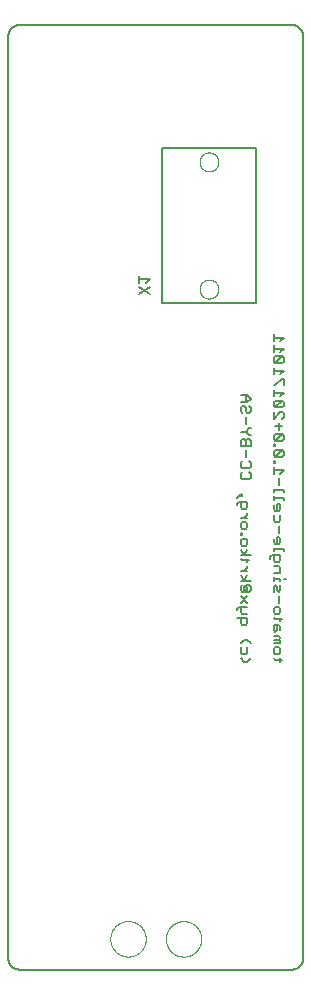
<source format=gbo>
G75*
%MOIN*%
%OFA0B0*%
%FSLAX25Y25*%
%IPPOS*%
%LPD*%
%AMOC8*
5,1,8,0,0,1.08239X$1,22.5*
%
%ADD10C,0.00600*%
%ADD11C,0.00000*%
%ADD12C,0.00787*%
%ADD13C,0.00500*%
D10*
X0060113Y0234635D02*
X0063516Y0236903D01*
X0062382Y0238318D02*
X0063516Y0239452D01*
X0060113Y0239452D01*
X0060113Y0238318D02*
X0060113Y0240586D01*
X0060113Y0236903D02*
X0063516Y0234635D01*
X0093853Y0167804D02*
X0092719Y0166669D01*
X0093853Y0167237D02*
X0093853Y0167804D01*
X0094420Y0167804D01*
X0094420Y0167237D01*
X0093853Y0167237D01*
X0093853Y0165255D02*
X0093853Y0163553D01*
X0094420Y0162986D01*
X0095555Y0162986D01*
X0096122Y0163553D01*
X0096122Y0165255D01*
X0093286Y0165255D01*
X0092719Y0164688D01*
X0092719Y0164121D01*
X0093853Y0159917D02*
X0096122Y0159917D01*
X0096122Y0161051D02*
X0096122Y0161619D01*
X0096122Y0161051D02*
X0094988Y0159917D01*
X0094420Y0158503D02*
X0095555Y0158503D01*
X0096122Y0157935D01*
X0096122Y0156801D01*
X0095555Y0156234D01*
X0094420Y0156234D01*
X0093853Y0156801D01*
X0093853Y0157935D01*
X0094420Y0158503D01*
X0094420Y0154959D02*
X0093853Y0154959D01*
X0093853Y0154392D01*
X0094420Y0154392D01*
X0094420Y0154959D01*
X0094420Y0152978D02*
X0095555Y0152978D01*
X0096122Y0152411D01*
X0096122Y0151276D01*
X0095555Y0150709D01*
X0094420Y0150709D01*
X0093853Y0151276D01*
X0093853Y0152411D01*
X0094420Y0152978D01*
X0093853Y0149341D02*
X0094988Y0147640D01*
X0096122Y0149341D01*
X0097256Y0147640D02*
X0093853Y0147640D01*
X0093853Y0146319D02*
X0094420Y0145752D01*
X0096689Y0145752D01*
X0096122Y0146319D02*
X0096122Y0145184D01*
X0096122Y0143817D02*
X0096122Y0143250D01*
X0094988Y0142115D01*
X0096122Y0142115D02*
X0093853Y0142115D01*
X0093853Y0140747D02*
X0094988Y0139046D01*
X0096122Y0140747D01*
X0097256Y0139046D02*
X0093853Y0139046D01*
X0094420Y0137631D02*
X0093853Y0137064D01*
X0093853Y0135930D01*
X0094420Y0135363D01*
X0096689Y0135363D01*
X0097256Y0135930D01*
X0097256Y0137064D01*
X0096689Y0137631D01*
X0095555Y0137631D01*
X0094988Y0137064D01*
X0096122Y0137064D01*
X0096122Y0135930D01*
X0094988Y0135930D01*
X0094988Y0137064D01*
X0096122Y0133948D02*
X0093853Y0131680D01*
X0093853Y0130265D02*
X0093853Y0128564D01*
X0094420Y0127997D01*
X0096122Y0127997D01*
X0096122Y0126582D02*
X0096122Y0124881D01*
X0095555Y0124313D01*
X0094420Y0124313D01*
X0093853Y0124881D01*
X0093853Y0126582D01*
X0092719Y0126582D02*
X0096122Y0126582D01*
X0096122Y0130265D02*
X0093286Y0130265D01*
X0092719Y0129698D01*
X0092719Y0129131D01*
X0096122Y0131680D02*
X0093853Y0133948D01*
X0094988Y0119309D02*
X0093853Y0118175D01*
X0093853Y0116760D02*
X0093853Y0115059D01*
X0094420Y0114492D01*
X0095555Y0114492D01*
X0096122Y0115059D01*
X0096122Y0116760D01*
X0097256Y0118175D02*
X0096122Y0119309D01*
X0094988Y0119309D01*
X0093853Y0113171D02*
X0094988Y0112036D01*
X0096122Y0112036D01*
X0097256Y0113171D01*
X0104877Y0113171D02*
X0105444Y0112603D01*
X0107713Y0112603D01*
X0107145Y0112036D02*
X0107145Y0113171D01*
X0106578Y0114492D02*
X0107145Y0115059D01*
X0107145Y0116193D01*
X0106578Y0116760D01*
X0105444Y0116760D01*
X0104877Y0116193D01*
X0104877Y0115059D01*
X0105444Y0114492D01*
X0106578Y0114492D01*
X0107145Y0118175D02*
X0104877Y0118175D01*
X0104877Y0119309D02*
X0106578Y0119309D01*
X0107145Y0119876D01*
X0106578Y0120443D01*
X0104877Y0120443D01*
X0105444Y0121858D02*
X0104877Y0122425D01*
X0104877Y0124127D01*
X0106578Y0124127D01*
X0107145Y0123559D01*
X0107145Y0122425D01*
X0106011Y0122425D02*
X0106011Y0124127D01*
X0106011Y0122425D02*
X0105444Y0121858D01*
X0106578Y0119309D02*
X0107145Y0118742D01*
X0107145Y0118175D01*
X0107145Y0125541D02*
X0107145Y0126675D01*
X0107713Y0126108D02*
X0105444Y0126108D01*
X0104877Y0126675D01*
X0105444Y0127997D02*
X0104877Y0128564D01*
X0104877Y0129698D01*
X0105444Y0130265D01*
X0106578Y0130265D01*
X0107145Y0129698D01*
X0107145Y0128564D01*
X0106578Y0127997D01*
X0105444Y0127997D01*
X0106578Y0131680D02*
X0106578Y0133948D01*
X0106578Y0135363D02*
X0107145Y0135930D01*
X0107145Y0137631D01*
X0106011Y0137064D02*
X0106011Y0135930D01*
X0106578Y0135363D01*
X0104877Y0135363D02*
X0104877Y0137064D01*
X0105444Y0137631D01*
X0106011Y0137064D01*
X0104877Y0139046D02*
X0104877Y0140180D01*
X0104877Y0139613D02*
X0107145Y0139613D01*
X0107145Y0139046D01*
X0108280Y0139613D02*
X0108847Y0139613D01*
X0107145Y0141501D02*
X0107145Y0143203D01*
X0106578Y0143770D01*
X0104877Y0143770D01*
X0105444Y0145185D02*
X0104877Y0145752D01*
X0104877Y0147453D01*
X0104310Y0147453D02*
X0107145Y0147453D01*
X0107145Y0145752D01*
X0106578Y0145185D01*
X0105444Y0145185D01*
X0103743Y0146886D02*
X0104310Y0147453D01*
X0103743Y0146886D02*
X0103743Y0146319D01*
X0104877Y0148868D02*
X0104877Y0150002D01*
X0104877Y0149435D02*
X0108280Y0149435D01*
X0108280Y0148868D01*
X0106578Y0151323D02*
X0107145Y0151890D01*
X0107145Y0153025D01*
X0106578Y0153592D01*
X0106011Y0153592D01*
X0106011Y0151323D01*
X0105444Y0151323D02*
X0106578Y0151323D01*
X0105444Y0151323D02*
X0104877Y0151890D01*
X0104877Y0153025D01*
X0106578Y0155006D02*
X0106578Y0157275D01*
X0106578Y0158689D02*
X0105444Y0158689D01*
X0104877Y0159257D01*
X0104877Y0160958D01*
X0105444Y0162373D02*
X0104877Y0162940D01*
X0104877Y0164074D01*
X0106011Y0164641D02*
X0106011Y0162373D01*
X0105444Y0162373D02*
X0106578Y0162373D01*
X0107145Y0162940D01*
X0107145Y0164074D01*
X0106578Y0164641D01*
X0106011Y0164641D01*
X0104877Y0166056D02*
X0104877Y0167190D01*
X0104877Y0166623D02*
X0108280Y0166623D01*
X0108280Y0166056D01*
X0108280Y0168511D02*
X0108280Y0169078D01*
X0104877Y0169078D01*
X0104877Y0168511D02*
X0104877Y0169645D01*
X0106578Y0170967D02*
X0106578Y0173235D01*
X0107145Y0174650D02*
X0108280Y0175784D01*
X0104877Y0175784D01*
X0104877Y0174650D02*
X0104877Y0176918D01*
X0104877Y0178333D02*
X0104877Y0178900D01*
X0105444Y0178900D01*
X0105444Y0178333D01*
X0104877Y0178333D01*
X0105444Y0180174D02*
X0104877Y0180742D01*
X0104877Y0181876D01*
X0105444Y0182443D01*
X0107713Y0182443D01*
X0105444Y0180174D01*
X0107713Y0180174D01*
X0108280Y0180742D01*
X0108280Y0181876D01*
X0107713Y0182443D01*
X0105444Y0183858D02*
X0105444Y0184425D01*
X0104877Y0184425D01*
X0104877Y0183858D01*
X0105444Y0183858D01*
X0105444Y0185699D02*
X0107713Y0187968D01*
X0105444Y0187968D01*
X0104877Y0187401D01*
X0104877Y0186266D01*
X0105444Y0185699D01*
X0107713Y0185699D01*
X0108280Y0186266D01*
X0108280Y0187401D01*
X0107713Y0187968D01*
X0106578Y0189382D02*
X0106578Y0191651D01*
X0105444Y0190517D02*
X0107713Y0190517D01*
X0107713Y0193065D02*
X0108280Y0193633D01*
X0108280Y0194767D01*
X0107713Y0195334D01*
X0107145Y0195334D01*
X0104877Y0193065D01*
X0104877Y0195334D01*
X0105444Y0196749D02*
X0104877Y0197316D01*
X0104877Y0198450D01*
X0105444Y0199017D01*
X0107713Y0199017D01*
X0105444Y0196749D01*
X0107713Y0196749D01*
X0108280Y0197316D01*
X0108280Y0198450D01*
X0107713Y0199017D01*
X0107145Y0200432D02*
X0108280Y0201566D01*
X0104877Y0201566D01*
X0104877Y0200432D02*
X0104877Y0202700D01*
X0104877Y0204115D02*
X0105444Y0204115D01*
X0107713Y0206383D01*
X0108280Y0206383D01*
X0108280Y0204115D01*
X0107145Y0207798D02*
X0108280Y0208932D01*
X0104877Y0208932D01*
X0104877Y0207798D02*
X0104877Y0210067D01*
X0105444Y0211481D02*
X0104877Y0212048D01*
X0104877Y0213183D01*
X0105444Y0213750D01*
X0107713Y0213750D01*
X0105444Y0211481D01*
X0107713Y0211481D01*
X0108280Y0212048D01*
X0108280Y0213183D01*
X0107713Y0213750D01*
X0107145Y0215164D02*
X0108280Y0216299D01*
X0104877Y0216299D01*
X0104877Y0217433D02*
X0104877Y0215164D01*
X0104877Y0218847D02*
X0104877Y0221116D01*
X0104877Y0219982D02*
X0108280Y0219982D01*
X0107145Y0218847D01*
X0096122Y0200859D02*
X0097256Y0199724D01*
X0096122Y0198590D01*
X0093853Y0198590D01*
X0094420Y0197176D02*
X0093853Y0196608D01*
X0093853Y0195474D01*
X0094420Y0194907D01*
X0095555Y0195474D02*
X0095555Y0196608D01*
X0094988Y0197176D01*
X0094420Y0197176D01*
X0095555Y0198590D02*
X0095555Y0200859D01*
X0096122Y0200859D02*
X0093853Y0200859D01*
X0096689Y0197176D02*
X0097256Y0196608D01*
X0097256Y0195474D01*
X0096689Y0194907D01*
X0096122Y0194907D01*
X0095555Y0195474D01*
X0095555Y0193492D02*
X0095555Y0191224D01*
X0096689Y0189809D02*
X0095555Y0188675D01*
X0093853Y0188675D01*
X0095555Y0188675D02*
X0096689Y0187541D01*
X0097256Y0187541D01*
X0096689Y0186126D02*
X0097256Y0185559D01*
X0097256Y0183857D01*
X0093853Y0183857D01*
X0093853Y0185559D01*
X0094420Y0186126D01*
X0094988Y0186126D01*
X0095555Y0185559D01*
X0095555Y0183857D01*
X0095555Y0182443D02*
X0095555Y0180174D01*
X0096689Y0178760D02*
X0097256Y0178193D01*
X0097256Y0177058D01*
X0096689Y0176491D01*
X0094420Y0176491D01*
X0093853Y0177058D01*
X0093853Y0178193D01*
X0094420Y0178760D01*
X0094420Y0175077D02*
X0093853Y0174510D01*
X0093853Y0173375D01*
X0094420Y0172808D01*
X0096689Y0172808D01*
X0097256Y0173375D01*
X0097256Y0174510D01*
X0096689Y0175077D01*
X0095555Y0185559D02*
X0096122Y0186126D01*
X0096689Y0186126D01*
X0096689Y0189809D02*
X0097256Y0189809D01*
X0107145Y0160958D02*
X0107145Y0159257D01*
X0106578Y0158689D01*
X0107145Y0141501D02*
X0104877Y0141501D01*
D11*
X0080167Y0236205D02*
X0080169Y0236317D01*
X0080175Y0236428D01*
X0080185Y0236540D01*
X0080199Y0236651D01*
X0080216Y0236761D01*
X0080238Y0236871D01*
X0080264Y0236980D01*
X0080293Y0237088D01*
X0080326Y0237194D01*
X0080363Y0237300D01*
X0080404Y0237404D01*
X0080449Y0237507D01*
X0080497Y0237608D01*
X0080548Y0237707D01*
X0080603Y0237804D01*
X0080662Y0237899D01*
X0080723Y0237993D01*
X0080788Y0238084D01*
X0080857Y0238172D01*
X0080928Y0238258D01*
X0081002Y0238342D01*
X0081080Y0238422D01*
X0081160Y0238500D01*
X0081243Y0238576D01*
X0081328Y0238648D01*
X0081416Y0238717D01*
X0081506Y0238783D01*
X0081599Y0238845D01*
X0081694Y0238905D01*
X0081791Y0238961D01*
X0081889Y0239013D01*
X0081990Y0239062D01*
X0082092Y0239107D01*
X0082196Y0239149D01*
X0082301Y0239187D01*
X0082408Y0239221D01*
X0082515Y0239251D01*
X0082624Y0239278D01*
X0082733Y0239300D01*
X0082844Y0239319D01*
X0082954Y0239334D01*
X0083066Y0239345D01*
X0083177Y0239352D01*
X0083289Y0239355D01*
X0083401Y0239354D01*
X0083513Y0239349D01*
X0083624Y0239340D01*
X0083735Y0239327D01*
X0083846Y0239310D01*
X0083956Y0239290D01*
X0084065Y0239265D01*
X0084173Y0239237D01*
X0084280Y0239204D01*
X0084386Y0239168D01*
X0084490Y0239128D01*
X0084593Y0239085D01*
X0084695Y0239038D01*
X0084794Y0238987D01*
X0084892Y0238933D01*
X0084988Y0238875D01*
X0085082Y0238814D01*
X0085173Y0238750D01*
X0085262Y0238683D01*
X0085349Y0238612D01*
X0085433Y0238538D01*
X0085515Y0238462D01*
X0085593Y0238382D01*
X0085669Y0238300D01*
X0085742Y0238215D01*
X0085812Y0238128D01*
X0085878Y0238038D01*
X0085942Y0237946D01*
X0086002Y0237852D01*
X0086059Y0237756D01*
X0086112Y0237657D01*
X0086162Y0237557D01*
X0086208Y0237456D01*
X0086251Y0237352D01*
X0086290Y0237247D01*
X0086325Y0237141D01*
X0086356Y0237034D01*
X0086384Y0236925D01*
X0086407Y0236816D01*
X0086427Y0236706D01*
X0086443Y0236595D01*
X0086455Y0236484D01*
X0086463Y0236373D01*
X0086467Y0236261D01*
X0086467Y0236149D01*
X0086463Y0236037D01*
X0086455Y0235926D01*
X0086443Y0235815D01*
X0086427Y0235704D01*
X0086407Y0235594D01*
X0086384Y0235485D01*
X0086356Y0235376D01*
X0086325Y0235269D01*
X0086290Y0235163D01*
X0086251Y0235058D01*
X0086208Y0234954D01*
X0086162Y0234853D01*
X0086112Y0234753D01*
X0086059Y0234654D01*
X0086002Y0234558D01*
X0085942Y0234464D01*
X0085878Y0234372D01*
X0085812Y0234282D01*
X0085742Y0234195D01*
X0085669Y0234110D01*
X0085593Y0234028D01*
X0085515Y0233948D01*
X0085433Y0233872D01*
X0085349Y0233798D01*
X0085262Y0233727D01*
X0085173Y0233660D01*
X0085082Y0233596D01*
X0084988Y0233535D01*
X0084892Y0233477D01*
X0084794Y0233423D01*
X0084695Y0233372D01*
X0084593Y0233325D01*
X0084490Y0233282D01*
X0084386Y0233242D01*
X0084280Y0233206D01*
X0084173Y0233173D01*
X0084065Y0233145D01*
X0083956Y0233120D01*
X0083846Y0233100D01*
X0083735Y0233083D01*
X0083624Y0233070D01*
X0083513Y0233061D01*
X0083401Y0233056D01*
X0083289Y0233055D01*
X0083177Y0233058D01*
X0083066Y0233065D01*
X0082954Y0233076D01*
X0082844Y0233091D01*
X0082733Y0233110D01*
X0082624Y0233132D01*
X0082515Y0233159D01*
X0082408Y0233189D01*
X0082301Y0233223D01*
X0082196Y0233261D01*
X0082092Y0233303D01*
X0081990Y0233348D01*
X0081889Y0233397D01*
X0081791Y0233449D01*
X0081694Y0233505D01*
X0081599Y0233565D01*
X0081506Y0233627D01*
X0081416Y0233693D01*
X0081328Y0233762D01*
X0081243Y0233834D01*
X0081160Y0233910D01*
X0081080Y0233988D01*
X0081002Y0234068D01*
X0080928Y0234152D01*
X0080857Y0234238D01*
X0080788Y0234326D01*
X0080723Y0234417D01*
X0080662Y0234511D01*
X0080603Y0234606D01*
X0080548Y0234703D01*
X0080497Y0234802D01*
X0080449Y0234903D01*
X0080404Y0235006D01*
X0080363Y0235110D01*
X0080326Y0235216D01*
X0080293Y0235322D01*
X0080264Y0235430D01*
X0080238Y0235539D01*
X0080216Y0235649D01*
X0080199Y0235759D01*
X0080185Y0235870D01*
X0080175Y0235982D01*
X0080169Y0236093D01*
X0080167Y0236205D01*
X0080169Y0236317D01*
X0080175Y0236428D01*
X0080185Y0236540D01*
X0080199Y0236651D01*
X0080216Y0236761D01*
X0080238Y0236871D01*
X0080264Y0236980D01*
X0080293Y0237088D01*
X0080326Y0237194D01*
X0080363Y0237300D01*
X0080404Y0237404D01*
X0080449Y0237507D01*
X0080497Y0237608D01*
X0080548Y0237707D01*
X0080603Y0237804D01*
X0080662Y0237899D01*
X0080723Y0237993D01*
X0080788Y0238084D01*
X0080857Y0238172D01*
X0080928Y0238258D01*
X0081002Y0238342D01*
X0081080Y0238422D01*
X0081160Y0238500D01*
X0081243Y0238576D01*
X0081328Y0238648D01*
X0081416Y0238717D01*
X0081506Y0238783D01*
X0081599Y0238845D01*
X0081694Y0238905D01*
X0081791Y0238961D01*
X0081889Y0239013D01*
X0081990Y0239062D01*
X0082092Y0239107D01*
X0082196Y0239149D01*
X0082301Y0239187D01*
X0082408Y0239221D01*
X0082515Y0239251D01*
X0082624Y0239278D01*
X0082733Y0239300D01*
X0082844Y0239319D01*
X0082954Y0239334D01*
X0083066Y0239345D01*
X0083177Y0239352D01*
X0083289Y0239355D01*
X0083401Y0239354D01*
X0083513Y0239349D01*
X0083624Y0239340D01*
X0083735Y0239327D01*
X0083846Y0239310D01*
X0083956Y0239290D01*
X0084065Y0239265D01*
X0084173Y0239237D01*
X0084280Y0239204D01*
X0084386Y0239168D01*
X0084490Y0239128D01*
X0084593Y0239085D01*
X0084695Y0239038D01*
X0084794Y0238987D01*
X0084892Y0238933D01*
X0084988Y0238875D01*
X0085082Y0238814D01*
X0085173Y0238750D01*
X0085262Y0238683D01*
X0085349Y0238612D01*
X0085433Y0238538D01*
X0085515Y0238462D01*
X0085593Y0238382D01*
X0085669Y0238300D01*
X0085742Y0238215D01*
X0085812Y0238128D01*
X0085878Y0238038D01*
X0085942Y0237946D01*
X0086002Y0237852D01*
X0086059Y0237756D01*
X0086112Y0237657D01*
X0086162Y0237557D01*
X0086208Y0237456D01*
X0086251Y0237352D01*
X0086290Y0237247D01*
X0086325Y0237141D01*
X0086356Y0237034D01*
X0086384Y0236925D01*
X0086407Y0236816D01*
X0086427Y0236706D01*
X0086443Y0236595D01*
X0086455Y0236484D01*
X0086463Y0236373D01*
X0086467Y0236261D01*
X0086467Y0236149D01*
X0086463Y0236037D01*
X0086455Y0235926D01*
X0086443Y0235815D01*
X0086427Y0235704D01*
X0086407Y0235594D01*
X0086384Y0235485D01*
X0086356Y0235376D01*
X0086325Y0235269D01*
X0086290Y0235163D01*
X0086251Y0235058D01*
X0086208Y0234954D01*
X0086162Y0234853D01*
X0086112Y0234753D01*
X0086059Y0234654D01*
X0086002Y0234558D01*
X0085942Y0234464D01*
X0085878Y0234372D01*
X0085812Y0234282D01*
X0085742Y0234195D01*
X0085669Y0234110D01*
X0085593Y0234028D01*
X0085515Y0233948D01*
X0085433Y0233872D01*
X0085349Y0233798D01*
X0085262Y0233727D01*
X0085173Y0233660D01*
X0085082Y0233596D01*
X0084988Y0233535D01*
X0084892Y0233477D01*
X0084794Y0233423D01*
X0084695Y0233372D01*
X0084593Y0233325D01*
X0084490Y0233282D01*
X0084386Y0233242D01*
X0084280Y0233206D01*
X0084173Y0233173D01*
X0084065Y0233145D01*
X0083956Y0233120D01*
X0083846Y0233100D01*
X0083735Y0233083D01*
X0083624Y0233070D01*
X0083513Y0233061D01*
X0083401Y0233056D01*
X0083289Y0233055D01*
X0083177Y0233058D01*
X0083066Y0233065D01*
X0082954Y0233076D01*
X0082844Y0233091D01*
X0082733Y0233110D01*
X0082624Y0233132D01*
X0082515Y0233159D01*
X0082408Y0233189D01*
X0082301Y0233223D01*
X0082196Y0233261D01*
X0082092Y0233303D01*
X0081990Y0233348D01*
X0081889Y0233397D01*
X0081791Y0233449D01*
X0081694Y0233505D01*
X0081599Y0233565D01*
X0081506Y0233627D01*
X0081416Y0233693D01*
X0081328Y0233762D01*
X0081243Y0233834D01*
X0081160Y0233910D01*
X0081080Y0233988D01*
X0081002Y0234068D01*
X0080928Y0234152D01*
X0080857Y0234238D01*
X0080788Y0234326D01*
X0080723Y0234417D01*
X0080662Y0234511D01*
X0080603Y0234606D01*
X0080548Y0234703D01*
X0080497Y0234802D01*
X0080449Y0234903D01*
X0080404Y0235006D01*
X0080363Y0235110D01*
X0080326Y0235216D01*
X0080293Y0235322D01*
X0080264Y0235430D01*
X0080238Y0235539D01*
X0080216Y0235649D01*
X0080199Y0235759D01*
X0080185Y0235870D01*
X0080175Y0235982D01*
X0080169Y0236093D01*
X0080167Y0236205D01*
X0080167Y0278606D02*
X0080169Y0278718D01*
X0080175Y0278829D01*
X0080185Y0278941D01*
X0080199Y0279052D01*
X0080216Y0279162D01*
X0080238Y0279272D01*
X0080264Y0279381D01*
X0080293Y0279489D01*
X0080326Y0279595D01*
X0080363Y0279701D01*
X0080404Y0279805D01*
X0080449Y0279908D01*
X0080497Y0280009D01*
X0080548Y0280108D01*
X0080603Y0280205D01*
X0080662Y0280300D01*
X0080723Y0280394D01*
X0080788Y0280485D01*
X0080857Y0280573D01*
X0080928Y0280659D01*
X0081002Y0280743D01*
X0081080Y0280823D01*
X0081160Y0280901D01*
X0081243Y0280977D01*
X0081328Y0281049D01*
X0081416Y0281118D01*
X0081506Y0281184D01*
X0081599Y0281246D01*
X0081694Y0281306D01*
X0081791Y0281362D01*
X0081889Y0281414D01*
X0081990Y0281463D01*
X0082092Y0281508D01*
X0082196Y0281550D01*
X0082301Y0281588D01*
X0082408Y0281622D01*
X0082515Y0281652D01*
X0082624Y0281679D01*
X0082733Y0281701D01*
X0082844Y0281720D01*
X0082954Y0281735D01*
X0083066Y0281746D01*
X0083177Y0281753D01*
X0083289Y0281756D01*
X0083401Y0281755D01*
X0083513Y0281750D01*
X0083624Y0281741D01*
X0083735Y0281728D01*
X0083846Y0281711D01*
X0083956Y0281691D01*
X0084065Y0281666D01*
X0084173Y0281638D01*
X0084280Y0281605D01*
X0084386Y0281569D01*
X0084490Y0281529D01*
X0084593Y0281486D01*
X0084695Y0281439D01*
X0084794Y0281388D01*
X0084892Y0281334D01*
X0084988Y0281276D01*
X0085082Y0281215D01*
X0085173Y0281151D01*
X0085262Y0281084D01*
X0085349Y0281013D01*
X0085433Y0280939D01*
X0085515Y0280863D01*
X0085593Y0280783D01*
X0085669Y0280701D01*
X0085742Y0280616D01*
X0085812Y0280529D01*
X0085878Y0280439D01*
X0085942Y0280347D01*
X0086002Y0280253D01*
X0086059Y0280157D01*
X0086112Y0280058D01*
X0086162Y0279958D01*
X0086208Y0279857D01*
X0086251Y0279753D01*
X0086290Y0279648D01*
X0086325Y0279542D01*
X0086356Y0279435D01*
X0086384Y0279326D01*
X0086407Y0279217D01*
X0086427Y0279107D01*
X0086443Y0278996D01*
X0086455Y0278885D01*
X0086463Y0278774D01*
X0086467Y0278662D01*
X0086467Y0278550D01*
X0086463Y0278438D01*
X0086455Y0278327D01*
X0086443Y0278216D01*
X0086427Y0278105D01*
X0086407Y0277995D01*
X0086384Y0277886D01*
X0086356Y0277777D01*
X0086325Y0277670D01*
X0086290Y0277564D01*
X0086251Y0277459D01*
X0086208Y0277355D01*
X0086162Y0277254D01*
X0086112Y0277154D01*
X0086059Y0277055D01*
X0086002Y0276959D01*
X0085942Y0276865D01*
X0085878Y0276773D01*
X0085812Y0276683D01*
X0085742Y0276596D01*
X0085669Y0276511D01*
X0085593Y0276429D01*
X0085515Y0276349D01*
X0085433Y0276273D01*
X0085349Y0276199D01*
X0085262Y0276128D01*
X0085173Y0276061D01*
X0085082Y0275997D01*
X0084988Y0275936D01*
X0084892Y0275878D01*
X0084794Y0275824D01*
X0084695Y0275773D01*
X0084593Y0275726D01*
X0084490Y0275683D01*
X0084386Y0275643D01*
X0084280Y0275607D01*
X0084173Y0275574D01*
X0084065Y0275546D01*
X0083956Y0275521D01*
X0083846Y0275501D01*
X0083735Y0275484D01*
X0083624Y0275471D01*
X0083513Y0275462D01*
X0083401Y0275457D01*
X0083289Y0275456D01*
X0083177Y0275459D01*
X0083066Y0275466D01*
X0082954Y0275477D01*
X0082844Y0275492D01*
X0082733Y0275511D01*
X0082624Y0275533D01*
X0082515Y0275560D01*
X0082408Y0275590D01*
X0082301Y0275624D01*
X0082196Y0275662D01*
X0082092Y0275704D01*
X0081990Y0275749D01*
X0081889Y0275798D01*
X0081791Y0275850D01*
X0081694Y0275906D01*
X0081599Y0275966D01*
X0081506Y0276028D01*
X0081416Y0276094D01*
X0081328Y0276163D01*
X0081243Y0276235D01*
X0081160Y0276311D01*
X0081080Y0276389D01*
X0081002Y0276469D01*
X0080928Y0276553D01*
X0080857Y0276639D01*
X0080788Y0276727D01*
X0080723Y0276818D01*
X0080662Y0276912D01*
X0080603Y0277007D01*
X0080548Y0277104D01*
X0080497Y0277203D01*
X0080449Y0277304D01*
X0080404Y0277407D01*
X0080363Y0277511D01*
X0080326Y0277617D01*
X0080293Y0277723D01*
X0080264Y0277831D01*
X0080238Y0277940D01*
X0080216Y0278050D01*
X0080199Y0278160D01*
X0080185Y0278271D01*
X0080175Y0278383D01*
X0080169Y0278494D01*
X0080167Y0278606D01*
X0080169Y0278718D01*
X0080175Y0278829D01*
X0080185Y0278941D01*
X0080199Y0279052D01*
X0080216Y0279162D01*
X0080238Y0279272D01*
X0080264Y0279381D01*
X0080293Y0279489D01*
X0080326Y0279595D01*
X0080363Y0279701D01*
X0080404Y0279805D01*
X0080449Y0279908D01*
X0080497Y0280009D01*
X0080548Y0280108D01*
X0080603Y0280205D01*
X0080662Y0280300D01*
X0080723Y0280394D01*
X0080788Y0280485D01*
X0080857Y0280573D01*
X0080928Y0280659D01*
X0081002Y0280743D01*
X0081080Y0280823D01*
X0081160Y0280901D01*
X0081243Y0280977D01*
X0081328Y0281049D01*
X0081416Y0281118D01*
X0081506Y0281184D01*
X0081599Y0281246D01*
X0081694Y0281306D01*
X0081791Y0281362D01*
X0081889Y0281414D01*
X0081990Y0281463D01*
X0082092Y0281508D01*
X0082196Y0281550D01*
X0082301Y0281588D01*
X0082408Y0281622D01*
X0082515Y0281652D01*
X0082624Y0281679D01*
X0082733Y0281701D01*
X0082844Y0281720D01*
X0082954Y0281735D01*
X0083066Y0281746D01*
X0083177Y0281753D01*
X0083289Y0281756D01*
X0083401Y0281755D01*
X0083513Y0281750D01*
X0083624Y0281741D01*
X0083735Y0281728D01*
X0083846Y0281711D01*
X0083956Y0281691D01*
X0084065Y0281666D01*
X0084173Y0281638D01*
X0084280Y0281605D01*
X0084386Y0281569D01*
X0084490Y0281529D01*
X0084593Y0281486D01*
X0084695Y0281439D01*
X0084794Y0281388D01*
X0084892Y0281334D01*
X0084988Y0281276D01*
X0085082Y0281215D01*
X0085173Y0281151D01*
X0085262Y0281084D01*
X0085349Y0281013D01*
X0085433Y0280939D01*
X0085515Y0280863D01*
X0085593Y0280783D01*
X0085669Y0280701D01*
X0085742Y0280616D01*
X0085812Y0280529D01*
X0085878Y0280439D01*
X0085942Y0280347D01*
X0086002Y0280253D01*
X0086059Y0280157D01*
X0086112Y0280058D01*
X0086162Y0279958D01*
X0086208Y0279857D01*
X0086251Y0279753D01*
X0086290Y0279648D01*
X0086325Y0279542D01*
X0086356Y0279435D01*
X0086384Y0279326D01*
X0086407Y0279217D01*
X0086427Y0279107D01*
X0086443Y0278996D01*
X0086455Y0278885D01*
X0086463Y0278774D01*
X0086467Y0278662D01*
X0086467Y0278550D01*
X0086463Y0278438D01*
X0086455Y0278327D01*
X0086443Y0278216D01*
X0086427Y0278105D01*
X0086407Y0277995D01*
X0086384Y0277886D01*
X0086356Y0277777D01*
X0086325Y0277670D01*
X0086290Y0277564D01*
X0086251Y0277459D01*
X0086208Y0277355D01*
X0086162Y0277254D01*
X0086112Y0277154D01*
X0086059Y0277055D01*
X0086002Y0276959D01*
X0085942Y0276865D01*
X0085878Y0276773D01*
X0085812Y0276683D01*
X0085742Y0276596D01*
X0085669Y0276511D01*
X0085593Y0276429D01*
X0085515Y0276349D01*
X0085433Y0276273D01*
X0085349Y0276199D01*
X0085262Y0276128D01*
X0085173Y0276061D01*
X0085082Y0275997D01*
X0084988Y0275936D01*
X0084892Y0275878D01*
X0084794Y0275824D01*
X0084695Y0275773D01*
X0084593Y0275726D01*
X0084490Y0275683D01*
X0084386Y0275643D01*
X0084280Y0275607D01*
X0084173Y0275574D01*
X0084065Y0275546D01*
X0083956Y0275521D01*
X0083846Y0275501D01*
X0083735Y0275484D01*
X0083624Y0275471D01*
X0083513Y0275462D01*
X0083401Y0275457D01*
X0083289Y0275456D01*
X0083177Y0275459D01*
X0083066Y0275466D01*
X0082954Y0275477D01*
X0082844Y0275492D01*
X0082733Y0275511D01*
X0082624Y0275533D01*
X0082515Y0275560D01*
X0082408Y0275590D01*
X0082301Y0275624D01*
X0082196Y0275662D01*
X0082092Y0275704D01*
X0081990Y0275749D01*
X0081889Y0275798D01*
X0081791Y0275850D01*
X0081694Y0275906D01*
X0081599Y0275966D01*
X0081506Y0276028D01*
X0081416Y0276094D01*
X0081328Y0276163D01*
X0081243Y0276235D01*
X0081160Y0276311D01*
X0081080Y0276389D01*
X0081002Y0276469D01*
X0080928Y0276553D01*
X0080857Y0276639D01*
X0080788Y0276727D01*
X0080723Y0276818D01*
X0080662Y0276912D01*
X0080603Y0277007D01*
X0080548Y0277104D01*
X0080497Y0277203D01*
X0080449Y0277304D01*
X0080404Y0277407D01*
X0080363Y0277511D01*
X0080326Y0277617D01*
X0080293Y0277723D01*
X0080264Y0277831D01*
X0080238Y0277940D01*
X0080216Y0278050D01*
X0080199Y0278160D01*
X0080185Y0278271D01*
X0080175Y0278383D01*
X0080169Y0278494D01*
X0080167Y0278606D01*
X0068946Y0019610D02*
X0068948Y0019763D01*
X0068954Y0019917D01*
X0068964Y0020070D01*
X0068978Y0020222D01*
X0068996Y0020375D01*
X0069018Y0020526D01*
X0069043Y0020677D01*
X0069073Y0020828D01*
X0069107Y0020978D01*
X0069144Y0021126D01*
X0069185Y0021274D01*
X0069230Y0021420D01*
X0069279Y0021566D01*
X0069332Y0021710D01*
X0069388Y0021852D01*
X0069448Y0021993D01*
X0069512Y0022133D01*
X0069579Y0022271D01*
X0069650Y0022407D01*
X0069725Y0022541D01*
X0069802Y0022673D01*
X0069884Y0022803D01*
X0069968Y0022931D01*
X0070056Y0023057D01*
X0070147Y0023180D01*
X0070241Y0023301D01*
X0070339Y0023419D01*
X0070439Y0023535D01*
X0070543Y0023648D01*
X0070649Y0023759D01*
X0070758Y0023867D01*
X0070870Y0023972D01*
X0070984Y0024073D01*
X0071102Y0024172D01*
X0071221Y0024268D01*
X0071343Y0024361D01*
X0071468Y0024450D01*
X0071595Y0024537D01*
X0071724Y0024619D01*
X0071855Y0024699D01*
X0071988Y0024775D01*
X0072123Y0024848D01*
X0072260Y0024917D01*
X0072399Y0024982D01*
X0072539Y0025044D01*
X0072681Y0025102D01*
X0072824Y0025157D01*
X0072969Y0025208D01*
X0073115Y0025255D01*
X0073262Y0025298D01*
X0073410Y0025337D01*
X0073559Y0025373D01*
X0073709Y0025404D01*
X0073860Y0025432D01*
X0074011Y0025456D01*
X0074164Y0025476D01*
X0074316Y0025492D01*
X0074469Y0025504D01*
X0074622Y0025512D01*
X0074775Y0025516D01*
X0074929Y0025516D01*
X0075082Y0025512D01*
X0075235Y0025504D01*
X0075388Y0025492D01*
X0075540Y0025476D01*
X0075693Y0025456D01*
X0075844Y0025432D01*
X0075995Y0025404D01*
X0076145Y0025373D01*
X0076294Y0025337D01*
X0076442Y0025298D01*
X0076589Y0025255D01*
X0076735Y0025208D01*
X0076880Y0025157D01*
X0077023Y0025102D01*
X0077165Y0025044D01*
X0077305Y0024982D01*
X0077444Y0024917D01*
X0077581Y0024848D01*
X0077716Y0024775D01*
X0077849Y0024699D01*
X0077980Y0024619D01*
X0078109Y0024537D01*
X0078236Y0024450D01*
X0078361Y0024361D01*
X0078483Y0024268D01*
X0078602Y0024172D01*
X0078720Y0024073D01*
X0078834Y0023972D01*
X0078946Y0023867D01*
X0079055Y0023759D01*
X0079161Y0023648D01*
X0079265Y0023535D01*
X0079365Y0023419D01*
X0079463Y0023301D01*
X0079557Y0023180D01*
X0079648Y0023057D01*
X0079736Y0022931D01*
X0079820Y0022803D01*
X0079902Y0022673D01*
X0079979Y0022541D01*
X0080054Y0022407D01*
X0080125Y0022271D01*
X0080192Y0022133D01*
X0080256Y0021993D01*
X0080316Y0021852D01*
X0080372Y0021710D01*
X0080425Y0021566D01*
X0080474Y0021420D01*
X0080519Y0021274D01*
X0080560Y0021126D01*
X0080597Y0020978D01*
X0080631Y0020828D01*
X0080661Y0020677D01*
X0080686Y0020526D01*
X0080708Y0020375D01*
X0080726Y0020222D01*
X0080740Y0020070D01*
X0080750Y0019917D01*
X0080756Y0019763D01*
X0080758Y0019610D01*
X0080756Y0019457D01*
X0080750Y0019303D01*
X0080740Y0019150D01*
X0080726Y0018998D01*
X0080708Y0018845D01*
X0080686Y0018694D01*
X0080661Y0018543D01*
X0080631Y0018392D01*
X0080597Y0018242D01*
X0080560Y0018094D01*
X0080519Y0017946D01*
X0080474Y0017800D01*
X0080425Y0017654D01*
X0080372Y0017510D01*
X0080316Y0017368D01*
X0080256Y0017227D01*
X0080192Y0017087D01*
X0080125Y0016949D01*
X0080054Y0016813D01*
X0079979Y0016679D01*
X0079902Y0016547D01*
X0079820Y0016417D01*
X0079736Y0016289D01*
X0079648Y0016163D01*
X0079557Y0016040D01*
X0079463Y0015919D01*
X0079365Y0015801D01*
X0079265Y0015685D01*
X0079161Y0015572D01*
X0079055Y0015461D01*
X0078946Y0015353D01*
X0078834Y0015248D01*
X0078720Y0015147D01*
X0078602Y0015048D01*
X0078483Y0014952D01*
X0078361Y0014859D01*
X0078236Y0014770D01*
X0078109Y0014683D01*
X0077980Y0014601D01*
X0077849Y0014521D01*
X0077716Y0014445D01*
X0077581Y0014372D01*
X0077444Y0014303D01*
X0077305Y0014238D01*
X0077165Y0014176D01*
X0077023Y0014118D01*
X0076880Y0014063D01*
X0076735Y0014012D01*
X0076589Y0013965D01*
X0076442Y0013922D01*
X0076294Y0013883D01*
X0076145Y0013847D01*
X0075995Y0013816D01*
X0075844Y0013788D01*
X0075693Y0013764D01*
X0075540Y0013744D01*
X0075388Y0013728D01*
X0075235Y0013716D01*
X0075082Y0013708D01*
X0074929Y0013704D01*
X0074775Y0013704D01*
X0074622Y0013708D01*
X0074469Y0013716D01*
X0074316Y0013728D01*
X0074164Y0013744D01*
X0074011Y0013764D01*
X0073860Y0013788D01*
X0073709Y0013816D01*
X0073559Y0013847D01*
X0073410Y0013883D01*
X0073262Y0013922D01*
X0073115Y0013965D01*
X0072969Y0014012D01*
X0072824Y0014063D01*
X0072681Y0014118D01*
X0072539Y0014176D01*
X0072399Y0014238D01*
X0072260Y0014303D01*
X0072123Y0014372D01*
X0071988Y0014445D01*
X0071855Y0014521D01*
X0071724Y0014601D01*
X0071595Y0014683D01*
X0071468Y0014770D01*
X0071343Y0014859D01*
X0071221Y0014952D01*
X0071102Y0015048D01*
X0070984Y0015147D01*
X0070870Y0015248D01*
X0070758Y0015353D01*
X0070649Y0015461D01*
X0070543Y0015572D01*
X0070439Y0015685D01*
X0070339Y0015801D01*
X0070241Y0015919D01*
X0070147Y0016040D01*
X0070056Y0016163D01*
X0069968Y0016289D01*
X0069884Y0016417D01*
X0069802Y0016547D01*
X0069725Y0016679D01*
X0069650Y0016813D01*
X0069579Y0016949D01*
X0069512Y0017087D01*
X0069448Y0017227D01*
X0069388Y0017368D01*
X0069332Y0017510D01*
X0069279Y0017654D01*
X0069230Y0017800D01*
X0069185Y0017946D01*
X0069144Y0018094D01*
X0069107Y0018242D01*
X0069073Y0018392D01*
X0069043Y0018543D01*
X0069018Y0018694D01*
X0068996Y0018845D01*
X0068978Y0018998D01*
X0068964Y0019150D01*
X0068954Y0019303D01*
X0068948Y0019457D01*
X0068946Y0019610D01*
X0050443Y0019610D02*
X0050445Y0019763D01*
X0050451Y0019917D01*
X0050461Y0020070D01*
X0050475Y0020222D01*
X0050493Y0020375D01*
X0050515Y0020526D01*
X0050540Y0020677D01*
X0050570Y0020828D01*
X0050604Y0020978D01*
X0050641Y0021126D01*
X0050682Y0021274D01*
X0050727Y0021420D01*
X0050776Y0021566D01*
X0050829Y0021710D01*
X0050885Y0021852D01*
X0050945Y0021993D01*
X0051009Y0022133D01*
X0051076Y0022271D01*
X0051147Y0022407D01*
X0051222Y0022541D01*
X0051299Y0022673D01*
X0051381Y0022803D01*
X0051465Y0022931D01*
X0051553Y0023057D01*
X0051644Y0023180D01*
X0051738Y0023301D01*
X0051836Y0023419D01*
X0051936Y0023535D01*
X0052040Y0023648D01*
X0052146Y0023759D01*
X0052255Y0023867D01*
X0052367Y0023972D01*
X0052481Y0024073D01*
X0052599Y0024172D01*
X0052718Y0024268D01*
X0052840Y0024361D01*
X0052965Y0024450D01*
X0053092Y0024537D01*
X0053221Y0024619D01*
X0053352Y0024699D01*
X0053485Y0024775D01*
X0053620Y0024848D01*
X0053757Y0024917D01*
X0053896Y0024982D01*
X0054036Y0025044D01*
X0054178Y0025102D01*
X0054321Y0025157D01*
X0054466Y0025208D01*
X0054612Y0025255D01*
X0054759Y0025298D01*
X0054907Y0025337D01*
X0055056Y0025373D01*
X0055206Y0025404D01*
X0055357Y0025432D01*
X0055508Y0025456D01*
X0055661Y0025476D01*
X0055813Y0025492D01*
X0055966Y0025504D01*
X0056119Y0025512D01*
X0056272Y0025516D01*
X0056426Y0025516D01*
X0056579Y0025512D01*
X0056732Y0025504D01*
X0056885Y0025492D01*
X0057037Y0025476D01*
X0057190Y0025456D01*
X0057341Y0025432D01*
X0057492Y0025404D01*
X0057642Y0025373D01*
X0057791Y0025337D01*
X0057939Y0025298D01*
X0058086Y0025255D01*
X0058232Y0025208D01*
X0058377Y0025157D01*
X0058520Y0025102D01*
X0058662Y0025044D01*
X0058802Y0024982D01*
X0058941Y0024917D01*
X0059078Y0024848D01*
X0059213Y0024775D01*
X0059346Y0024699D01*
X0059477Y0024619D01*
X0059606Y0024537D01*
X0059733Y0024450D01*
X0059858Y0024361D01*
X0059980Y0024268D01*
X0060099Y0024172D01*
X0060217Y0024073D01*
X0060331Y0023972D01*
X0060443Y0023867D01*
X0060552Y0023759D01*
X0060658Y0023648D01*
X0060762Y0023535D01*
X0060862Y0023419D01*
X0060960Y0023301D01*
X0061054Y0023180D01*
X0061145Y0023057D01*
X0061233Y0022931D01*
X0061317Y0022803D01*
X0061399Y0022673D01*
X0061476Y0022541D01*
X0061551Y0022407D01*
X0061622Y0022271D01*
X0061689Y0022133D01*
X0061753Y0021993D01*
X0061813Y0021852D01*
X0061869Y0021710D01*
X0061922Y0021566D01*
X0061971Y0021420D01*
X0062016Y0021274D01*
X0062057Y0021126D01*
X0062094Y0020978D01*
X0062128Y0020828D01*
X0062158Y0020677D01*
X0062183Y0020526D01*
X0062205Y0020375D01*
X0062223Y0020222D01*
X0062237Y0020070D01*
X0062247Y0019917D01*
X0062253Y0019763D01*
X0062255Y0019610D01*
X0062253Y0019457D01*
X0062247Y0019303D01*
X0062237Y0019150D01*
X0062223Y0018998D01*
X0062205Y0018845D01*
X0062183Y0018694D01*
X0062158Y0018543D01*
X0062128Y0018392D01*
X0062094Y0018242D01*
X0062057Y0018094D01*
X0062016Y0017946D01*
X0061971Y0017800D01*
X0061922Y0017654D01*
X0061869Y0017510D01*
X0061813Y0017368D01*
X0061753Y0017227D01*
X0061689Y0017087D01*
X0061622Y0016949D01*
X0061551Y0016813D01*
X0061476Y0016679D01*
X0061399Y0016547D01*
X0061317Y0016417D01*
X0061233Y0016289D01*
X0061145Y0016163D01*
X0061054Y0016040D01*
X0060960Y0015919D01*
X0060862Y0015801D01*
X0060762Y0015685D01*
X0060658Y0015572D01*
X0060552Y0015461D01*
X0060443Y0015353D01*
X0060331Y0015248D01*
X0060217Y0015147D01*
X0060099Y0015048D01*
X0059980Y0014952D01*
X0059858Y0014859D01*
X0059733Y0014770D01*
X0059606Y0014683D01*
X0059477Y0014601D01*
X0059346Y0014521D01*
X0059213Y0014445D01*
X0059078Y0014372D01*
X0058941Y0014303D01*
X0058802Y0014238D01*
X0058662Y0014176D01*
X0058520Y0014118D01*
X0058377Y0014063D01*
X0058232Y0014012D01*
X0058086Y0013965D01*
X0057939Y0013922D01*
X0057791Y0013883D01*
X0057642Y0013847D01*
X0057492Y0013816D01*
X0057341Y0013788D01*
X0057190Y0013764D01*
X0057037Y0013744D01*
X0056885Y0013728D01*
X0056732Y0013716D01*
X0056579Y0013708D01*
X0056426Y0013704D01*
X0056272Y0013704D01*
X0056119Y0013708D01*
X0055966Y0013716D01*
X0055813Y0013728D01*
X0055661Y0013744D01*
X0055508Y0013764D01*
X0055357Y0013788D01*
X0055206Y0013816D01*
X0055056Y0013847D01*
X0054907Y0013883D01*
X0054759Y0013922D01*
X0054612Y0013965D01*
X0054466Y0014012D01*
X0054321Y0014063D01*
X0054178Y0014118D01*
X0054036Y0014176D01*
X0053896Y0014238D01*
X0053757Y0014303D01*
X0053620Y0014372D01*
X0053485Y0014445D01*
X0053352Y0014521D01*
X0053221Y0014601D01*
X0053092Y0014683D01*
X0052965Y0014770D01*
X0052840Y0014859D01*
X0052718Y0014952D01*
X0052599Y0015048D01*
X0052481Y0015147D01*
X0052367Y0015248D01*
X0052255Y0015353D01*
X0052146Y0015461D01*
X0052040Y0015572D01*
X0051936Y0015685D01*
X0051836Y0015801D01*
X0051738Y0015919D01*
X0051644Y0016040D01*
X0051553Y0016163D01*
X0051465Y0016289D01*
X0051381Y0016417D01*
X0051299Y0016547D01*
X0051222Y0016679D01*
X0051147Y0016813D01*
X0051076Y0016949D01*
X0051009Y0017087D01*
X0050945Y0017227D01*
X0050885Y0017368D01*
X0050829Y0017510D01*
X0050776Y0017654D01*
X0050727Y0017800D01*
X0050682Y0017946D01*
X0050641Y0018094D01*
X0050604Y0018242D01*
X0050570Y0018392D01*
X0050540Y0018543D01*
X0050515Y0018694D01*
X0050493Y0018845D01*
X0050475Y0018998D01*
X0050461Y0019150D01*
X0050451Y0019303D01*
X0050445Y0019457D01*
X0050443Y0019610D01*
D12*
X0067569Y0231421D02*
X0067569Y0283390D01*
X0099065Y0283390D01*
X0099065Y0231421D01*
X0067569Y0231421D01*
D13*
X0016388Y0320398D02*
X0016388Y0013311D01*
X0016390Y0013187D01*
X0016396Y0013064D01*
X0016405Y0012940D01*
X0016419Y0012818D01*
X0016436Y0012695D01*
X0016458Y0012573D01*
X0016483Y0012452D01*
X0016512Y0012332D01*
X0016544Y0012213D01*
X0016581Y0012094D01*
X0016621Y0011977D01*
X0016664Y0011862D01*
X0016712Y0011747D01*
X0016763Y0011635D01*
X0016817Y0011524D01*
X0016875Y0011414D01*
X0016936Y0011307D01*
X0017001Y0011201D01*
X0017069Y0011098D01*
X0017140Y0010997D01*
X0017214Y0010898D01*
X0017291Y0010801D01*
X0017372Y0010707D01*
X0017455Y0010616D01*
X0017541Y0010527D01*
X0017630Y0010441D01*
X0017721Y0010358D01*
X0017815Y0010277D01*
X0017912Y0010200D01*
X0018011Y0010126D01*
X0018112Y0010055D01*
X0018215Y0009987D01*
X0018321Y0009922D01*
X0018428Y0009861D01*
X0018538Y0009803D01*
X0018649Y0009749D01*
X0018761Y0009698D01*
X0018876Y0009650D01*
X0018991Y0009607D01*
X0019108Y0009567D01*
X0019227Y0009530D01*
X0019346Y0009498D01*
X0019466Y0009469D01*
X0019587Y0009444D01*
X0019709Y0009422D01*
X0019832Y0009405D01*
X0019954Y0009391D01*
X0020078Y0009382D01*
X0020201Y0009376D01*
X0020325Y0009374D01*
X0110876Y0009374D01*
X0111000Y0009376D01*
X0111123Y0009382D01*
X0111247Y0009391D01*
X0111369Y0009405D01*
X0111492Y0009422D01*
X0111614Y0009444D01*
X0111735Y0009469D01*
X0111855Y0009498D01*
X0111974Y0009530D01*
X0112093Y0009567D01*
X0112210Y0009607D01*
X0112325Y0009650D01*
X0112440Y0009698D01*
X0112552Y0009749D01*
X0112663Y0009803D01*
X0112773Y0009861D01*
X0112880Y0009922D01*
X0112986Y0009987D01*
X0113089Y0010055D01*
X0113190Y0010126D01*
X0113289Y0010200D01*
X0113386Y0010277D01*
X0113480Y0010358D01*
X0113571Y0010441D01*
X0113660Y0010527D01*
X0113746Y0010616D01*
X0113829Y0010707D01*
X0113910Y0010801D01*
X0113987Y0010898D01*
X0114061Y0010997D01*
X0114132Y0011098D01*
X0114200Y0011201D01*
X0114265Y0011307D01*
X0114326Y0011414D01*
X0114384Y0011524D01*
X0114438Y0011635D01*
X0114489Y0011747D01*
X0114537Y0011862D01*
X0114580Y0011977D01*
X0114620Y0012094D01*
X0114657Y0012213D01*
X0114689Y0012332D01*
X0114718Y0012452D01*
X0114743Y0012573D01*
X0114765Y0012695D01*
X0114782Y0012818D01*
X0114796Y0012940D01*
X0114805Y0013064D01*
X0114811Y0013187D01*
X0114813Y0013311D01*
X0114813Y0320398D01*
X0114811Y0320522D01*
X0114805Y0320645D01*
X0114796Y0320769D01*
X0114782Y0320891D01*
X0114765Y0321014D01*
X0114743Y0321136D01*
X0114718Y0321257D01*
X0114689Y0321377D01*
X0114657Y0321496D01*
X0114620Y0321615D01*
X0114580Y0321732D01*
X0114537Y0321847D01*
X0114489Y0321962D01*
X0114438Y0322074D01*
X0114384Y0322185D01*
X0114326Y0322295D01*
X0114265Y0322402D01*
X0114200Y0322508D01*
X0114132Y0322611D01*
X0114061Y0322712D01*
X0113987Y0322811D01*
X0113910Y0322908D01*
X0113829Y0323002D01*
X0113746Y0323093D01*
X0113660Y0323182D01*
X0113571Y0323268D01*
X0113480Y0323351D01*
X0113386Y0323432D01*
X0113289Y0323509D01*
X0113190Y0323583D01*
X0113089Y0323654D01*
X0112986Y0323722D01*
X0112880Y0323787D01*
X0112773Y0323848D01*
X0112663Y0323906D01*
X0112552Y0323960D01*
X0112440Y0324011D01*
X0112325Y0324059D01*
X0112210Y0324102D01*
X0112093Y0324142D01*
X0111974Y0324179D01*
X0111855Y0324211D01*
X0111735Y0324240D01*
X0111614Y0324265D01*
X0111492Y0324287D01*
X0111369Y0324304D01*
X0111247Y0324318D01*
X0111123Y0324327D01*
X0111000Y0324333D01*
X0110876Y0324335D01*
X0020325Y0324335D01*
X0020201Y0324333D01*
X0020078Y0324327D01*
X0019954Y0324318D01*
X0019832Y0324304D01*
X0019709Y0324287D01*
X0019587Y0324265D01*
X0019466Y0324240D01*
X0019346Y0324211D01*
X0019227Y0324179D01*
X0019108Y0324142D01*
X0018991Y0324102D01*
X0018876Y0324059D01*
X0018761Y0324011D01*
X0018649Y0323960D01*
X0018538Y0323906D01*
X0018428Y0323848D01*
X0018321Y0323787D01*
X0018215Y0323722D01*
X0018112Y0323654D01*
X0018011Y0323583D01*
X0017912Y0323509D01*
X0017815Y0323432D01*
X0017721Y0323351D01*
X0017630Y0323268D01*
X0017541Y0323182D01*
X0017455Y0323093D01*
X0017372Y0323002D01*
X0017291Y0322908D01*
X0017214Y0322811D01*
X0017140Y0322712D01*
X0017069Y0322611D01*
X0017001Y0322508D01*
X0016936Y0322402D01*
X0016875Y0322295D01*
X0016817Y0322185D01*
X0016763Y0322074D01*
X0016712Y0321962D01*
X0016664Y0321847D01*
X0016621Y0321732D01*
X0016581Y0321615D01*
X0016544Y0321496D01*
X0016512Y0321377D01*
X0016483Y0321257D01*
X0016458Y0321136D01*
X0016436Y0321014D01*
X0016419Y0320891D01*
X0016405Y0320769D01*
X0016396Y0320645D01*
X0016390Y0320522D01*
X0016388Y0320398D01*
M02*

</source>
